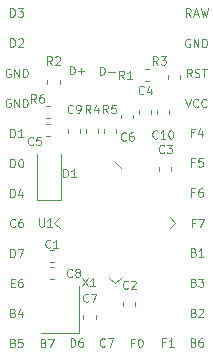
<source format=gto>
G04 #@! TF.GenerationSoftware,KiCad,Pcbnew,(5.1.6)-1*
G04 #@! TF.CreationDate,2020-09-29T08:49:22+08:00*
G04 #@! TF.ProjectId,Alvaro,416c7661-726f-42e6-9b69-6361645f7063,C*
G04 #@! TF.SameCoordinates,Original*
G04 #@! TF.FileFunction,Legend,Top*
G04 #@! TF.FilePolarity,Positive*
%FSLAX46Y46*%
G04 Gerber Fmt 4.6, Leading zero omitted, Abs format (unit mm)*
G04 Created by KiCad (PCBNEW (5.1.6)-1) date 2020-09-29 08:49:22*
%MOMM*%
%LPD*%
G01*
G04 APERTURE LIST*
%ADD10C,0.080000*%
%ADD11C,0.120000*%
G04 APERTURE END LIST*
D10*
X26883333Y-31241666D02*
X26883333Y-30541666D01*
X27050000Y-30541666D01*
X27150000Y-30575000D01*
X27216666Y-30641666D01*
X27250000Y-30708333D01*
X27283333Y-30841666D01*
X27283333Y-30941666D01*
X27250000Y-31075000D01*
X27216666Y-31141666D01*
X27150000Y-31208333D01*
X27050000Y-31241666D01*
X26883333Y-31241666D01*
X27583333Y-30975000D02*
X28116666Y-30975000D01*
X27850000Y-31241666D02*
X27850000Y-30708333D01*
X29433333Y-31266666D02*
X29433333Y-30566666D01*
X29600000Y-30566666D01*
X29700000Y-30600000D01*
X29766666Y-30666666D01*
X29800000Y-30733333D01*
X29833333Y-30866666D01*
X29833333Y-30966666D01*
X29800000Y-31100000D01*
X29766666Y-31166666D01*
X29700000Y-31233333D01*
X29600000Y-31266666D01*
X29433333Y-31266666D01*
X30133333Y-31000000D02*
X30666666Y-31000000D01*
X37416666Y-36149999D02*
X37183333Y-36149999D01*
X37183333Y-36516665D02*
X37183333Y-35816665D01*
X37516666Y-35816665D01*
X38083333Y-36049999D02*
X38083333Y-36516665D01*
X37916666Y-35783332D02*
X37750000Y-36283332D01*
X38183333Y-36283332D01*
X36641666Y-33316666D02*
X36875000Y-34016666D01*
X37108333Y-33316666D01*
X37741666Y-33950000D02*
X37708333Y-33983333D01*
X37608333Y-34016666D01*
X37541666Y-34016666D01*
X37441666Y-33983333D01*
X37375000Y-33916666D01*
X37341666Y-33850000D01*
X37308333Y-33716666D01*
X37308333Y-33616666D01*
X37341666Y-33483333D01*
X37375000Y-33416666D01*
X37441666Y-33350000D01*
X37541666Y-33316666D01*
X37608333Y-33316666D01*
X37708333Y-33350000D01*
X37741666Y-33383333D01*
X38441666Y-33950000D02*
X38408333Y-33983333D01*
X38308333Y-34016666D01*
X38241666Y-34016666D01*
X38141666Y-33983333D01*
X38075000Y-33916666D01*
X38041666Y-33850000D01*
X38008333Y-33716666D01*
X38008333Y-33616666D01*
X38041666Y-33483333D01*
X38075000Y-33416666D01*
X38141666Y-33350000D01*
X38241666Y-33316666D01*
X38308333Y-33316666D01*
X38408333Y-33350000D01*
X38441666Y-33383333D01*
X37191666Y-31466666D02*
X36958333Y-31133333D01*
X36791666Y-31466666D02*
X36791666Y-30766666D01*
X37058333Y-30766666D01*
X37125000Y-30800000D01*
X37158333Y-30833333D01*
X37191666Y-30900000D01*
X37191666Y-31000000D01*
X37158333Y-31066666D01*
X37125000Y-31100000D01*
X37058333Y-31133333D01*
X36791666Y-31133333D01*
X37458333Y-31433333D02*
X37558333Y-31466666D01*
X37725000Y-31466666D01*
X37791666Y-31433333D01*
X37825000Y-31400000D01*
X37858333Y-31333333D01*
X37858333Y-31266666D01*
X37825000Y-31200000D01*
X37791666Y-31166666D01*
X37725000Y-31133333D01*
X37591666Y-31100000D01*
X37525000Y-31066666D01*
X37491666Y-31033333D01*
X37458333Y-30966666D01*
X37458333Y-30900000D01*
X37491666Y-30833333D01*
X37525000Y-30800000D01*
X37591666Y-30766666D01*
X37758333Y-30766666D01*
X37858333Y-30800000D01*
X38058333Y-30766666D02*
X38458333Y-30766666D01*
X38258333Y-31466666D02*
X38258333Y-30766666D01*
X37416666Y-38675000D02*
X37183333Y-38675000D01*
X37183333Y-39041666D02*
X37183333Y-38341666D01*
X37516666Y-38341666D01*
X38116666Y-38341666D02*
X37783333Y-38341666D01*
X37750000Y-38675000D01*
X37783333Y-38641666D01*
X37850000Y-38608333D01*
X38016666Y-38608333D01*
X38083333Y-38641666D01*
X38116666Y-38675000D01*
X38150000Y-38741666D01*
X38150000Y-38908333D01*
X38116666Y-38975000D01*
X38083333Y-39008333D01*
X38016666Y-39041666D01*
X37850000Y-39041666D01*
X37783333Y-39008333D01*
X37750000Y-38975000D01*
X37041666Y-28275000D02*
X36975000Y-28241666D01*
X36875000Y-28241666D01*
X36775000Y-28275000D01*
X36708333Y-28341666D01*
X36675000Y-28408333D01*
X36641666Y-28541666D01*
X36641666Y-28641666D01*
X36675000Y-28775000D01*
X36708333Y-28841666D01*
X36775000Y-28908333D01*
X36875000Y-28941666D01*
X36941666Y-28941666D01*
X37041666Y-28908333D01*
X37075000Y-28875000D01*
X37075000Y-28641666D01*
X36941666Y-28641666D01*
X37375000Y-28941666D02*
X37375000Y-28241666D01*
X37775000Y-28941666D01*
X37775000Y-28241666D01*
X38108333Y-28941666D02*
X38108333Y-28241666D01*
X38275000Y-28241666D01*
X38375000Y-28275000D01*
X38441666Y-28341666D01*
X38475000Y-28408333D01*
X38508333Y-28541666D01*
X38508333Y-28641666D01*
X38475000Y-28775000D01*
X38441666Y-28841666D01*
X38375000Y-28908333D01*
X38275000Y-28941666D01*
X38108333Y-28941666D01*
X37121666Y-26341666D02*
X36888333Y-26008333D01*
X36721666Y-26341666D02*
X36721666Y-25641666D01*
X36988333Y-25641666D01*
X37055000Y-25675000D01*
X37088333Y-25708333D01*
X37121666Y-25775000D01*
X37121666Y-25875000D01*
X37088333Y-25941666D01*
X37055000Y-25975000D01*
X36988333Y-26008333D01*
X36721666Y-26008333D01*
X37388333Y-26141666D02*
X37721666Y-26141666D01*
X37321666Y-26341666D02*
X37555000Y-25641666D01*
X37788333Y-26341666D01*
X37955000Y-25641666D02*
X38121666Y-26341666D01*
X38255000Y-25841666D01*
X38388333Y-26341666D01*
X38555000Y-25641666D01*
X37441666Y-43775000D02*
X37208333Y-43775000D01*
X37208333Y-44141666D02*
X37208333Y-43441666D01*
X37541666Y-43441666D01*
X37741666Y-43441666D02*
X38208333Y-43441666D01*
X37908333Y-44141666D01*
X37366666Y-46300000D02*
X37466666Y-46333333D01*
X37500000Y-46366666D01*
X37533333Y-46433333D01*
X37533333Y-46533333D01*
X37500000Y-46600000D01*
X37466666Y-46633333D01*
X37400000Y-46666666D01*
X37133333Y-46666666D01*
X37133333Y-45966666D01*
X37366666Y-45966666D01*
X37433333Y-46000000D01*
X37466666Y-46033333D01*
X37500000Y-46100000D01*
X37500000Y-46166666D01*
X37466666Y-46233333D01*
X37433333Y-46266666D01*
X37366666Y-46300000D01*
X37133333Y-46300000D01*
X38200000Y-46666666D02*
X37800000Y-46666666D01*
X38000000Y-46666666D02*
X38000000Y-45966666D01*
X37933333Y-46066666D01*
X37866666Y-46133333D01*
X37800000Y-46166666D01*
X37341666Y-53925000D02*
X37441666Y-53958333D01*
X37475000Y-53991666D01*
X37508333Y-54058333D01*
X37508333Y-54158333D01*
X37475000Y-54225000D01*
X37441666Y-54258333D01*
X37375000Y-54291666D01*
X37108333Y-54291666D01*
X37108333Y-53591666D01*
X37341666Y-53591666D01*
X37408333Y-53625000D01*
X37441666Y-53658333D01*
X37475000Y-53725000D01*
X37475000Y-53791666D01*
X37441666Y-53858333D01*
X37408333Y-53891666D01*
X37341666Y-53925000D01*
X37108333Y-53925000D01*
X38108333Y-53591666D02*
X37975000Y-53591666D01*
X37908333Y-53625000D01*
X37875000Y-53658333D01*
X37808333Y-53758333D01*
X37775000Y-53891666D01*
X37775000Y-54158333D01*
X37808333Y-54225000D01*
X37841666Y-54258333D01*
X37908333Y-54291666D01*
X38041666Y-54291666D01*
X38108333Y-54258333D01*
X38141666Y-54225000D01*
X38175000Y-54158333D01*
X38175000Y-53991666D01*
X38141666Y-53925000D01*
X38108333Y-53891666D01*
X38041666Y-53858333D01*
X37908333Y-53858333D01*
X37841666Y-53891666D01*
X37808333Y-53925000D01*
X37775000Y-53991666D01*
X37366666Y-51400000D02*
X37466666Y-51433333D01*
X37500000Y-51466666D01*
X37533333Y-51533333D01*
X37533333Y-51633333D01*
X37500000Y-51700000D01*
X37466666Y-51733333D01*
X37400000Y-51766666D01*
X37133333Y-51766666D01*
X37133333Y-51066666D01*
X37366666Y-51066666D01*
X37433333Y-51100000D01*
X37466666Y-51133333D01*
X37500000Y-51200000D01*
X37500000Y-51266666D01*
X37466666Y-51333333D01*
X37433333Y-51366666D01*
X37366666Y-51400000D01*
X37133333Y-51400000D01*
X37800000Y-51133333D02*
X37833333Y-51100000D01*
X37900000Y-51066666D01*
X38066666Y-51066666D01*
X38133333Y-51100000D01*
X38166666Y-51133333D01*
X38200000Y-51200000D01*
X38200000Y-51266666D01*
X38166666Y-51366666D01*
X37766666Y-51766666D01*
X38200000Y-51766666D01*
X37366666Y-48850001D02*
X37466666Y-48883334D01*
X37500000Y-48916667D01*
X37533333Y-48983334D01*
X37533333Y-49083334D01*
X37500000Y-49150001D01*
X37466666Y-49183334D01*
X37400000Y-49216667D01*
X37133333Y-49216667D01*
X37133333Y-48516667D01*
X37366666Y-48516667D01*
X37433333Y-48550001D01*
X37466666Y-48583334D01*
X37500000Y-48650001D01*
X37500000Y-48716667D01*
X37466666Y-48783334D01*
X37433333Y-48816667D01*
X37366666Y-48850001D01*
X37133333Y-48850001D01*
X37766666Y-48516667D02*
X38200000Y-48516667D01*
X37966666Y-48783334D01*
X38066666Y-48783334D01*
X38133333Y-48816667D01*
X38166666Y-48850001D01*
X38200000Y-48916667D01*
X38200000Y-49083334D01*
X38166666Y-49150001D01*
X38133333Y-49183334D01*
X38066666Y-49216667D01*
X37866666Y-49216667D01*
X37800000Y-49183334D01*
X37766666Y-49150001D01*
X37416666Y-41224999D02*
X37183333Y-41224999D01*
X37183333Y-41591665D02*
X37183333Y-40891665D01*
X37516666Y-40891665D01*
X38083333Y-40891665D02*
X37950000Y-40891665D01*
X37883333Y-40924999D01*
X37850000Y-40958332D01*
X37783333Y-41058332D01*
X37750000Y-41191665D01*
X37750000Y-41458332D01*
X37783333Y-41524999D01*
X37816666Y-41558332D01*
X37883333Y-41591665D01*
X38016666Y-41591665D01*
X38083333Y-41558332D01*
X38116666Y-41524999D01*
X38150000Y-41458332D01*
X38150000Y-41291665D01*
X38116666Y-41224999D01*
X38083333Y-41191665D01*
X38016666Y-41158332D01*
X37883333Y-41158332D01*
X37816666Y-41191665D01*
X37783333Y-41224999D01*
X37750000Y-41291665D01*
X34941666Y-53925000D02*
X34708333Y-53925000D01*
X34708333Y-54291666D02*
X34708333Y-53591666D01*
X35041666Y-53591666D01*
X35675000Y-54291666D02*
X35275000Y-54291666D01*
X35475000Y-54291666D02*
X35475000Y-53591666D01*
X35408333Y-53691666D01*
X35341666Y-53758333D01*
X35275000Y-53791666D01*
X32306666Y-53950000D02*
X32073333Y-53950000D01*
X32073333Y-54316666D02*
X32073333Y-53616666D01*
X32406666Y-53616666D01*
X32806666Y-53616666D02*
X32873333Y-53616666D01*
X32940000Y-53650000D01*
X32973333Y-53683333D01*
X33006666Y-53750000D01*
X33040000Y-53883333D01*
X33040000Y-54050000D01*
X33006666Y-54183333D01*
X32973333Y-54250000D01*
X32940000Y-54283333D01*
X32873333Y-54316666D01*
X32806666Y-54316666D01*
X32740000Y-54283333D01*
X32706666Y-54250000D01*
X32673333Y-54183333D01*
X32640000Y-54050000D01*
X32640000Y-53883333D01*
X32673333Y-53750000D01*
X32706666Y-53683333D01*
X32740000Y-53650000D01*
X32806666Y-53616666D01*
X29858333Y-54225000D02*
X29825000Y-54258333D01*
X29725000Y-54291666D01*
X29658333Y-54291666D01*
X29558333Y-54258333D01*
X29491666Y-54191666D01*
X29458333Y-54125000D01*
X29425000Y-53991666D01*
X29425000Y-53891666D01*
X29458333Y-53758333D01*
X29491666Y-53691666D01*
X29558333Y-53625000D01*
X29658333Y-53591666D01*
X29725000Y-53591666D01*
X29825000Y-53625000D01*
X29858333Y-53658333D01*
X30091666Y-53591666D02*
X30558333Y-53591666D01*
X30258333Y-54291666D01*
X26943333Y-54291666D02*
X26943333Y-53591666D01*
X27110000Y-53591666D01*
X27210000Y-53625000D01*
X27276666Y-53691666D01*
X27310000Y-53758333D01*
X27343333Y-53891666D01*
X27343333Y-53991666D01*
X27310000Y-54125000D01*
X27276666Y-54191666D01*
X27210000Y-54258333D01*
X27110000Y-54291666D01*
X26943333Y-54291666D01*
X27943333Y-53591666D02*
X27810000Y-53591666D01*
X27743333Y-53625000D01*
X27710000Y-53658333D01*
X27643333Y-53758333D01*
X27610000Y-53891666D01*
X27610000Y-54158333D01*
X27643333Y-54225000D01*
X27676666Y-54258333D01*
X27743333Y-54291666D01*
X27876666Y-54291666D01*
X27943333Y-54258333D01*
X27976666Y-54225000D01*
X28010000Y-54158333D01*
X28010000Y-53991666D01*
X27976666Y-53925000D01*
X27943333Y-53891666D01*
X27876666Y-53858333D01*
X27743333Y-53858333D01*
X27676666Y-53891666D01*
X27643333Y-53925000D01*
X27610000Y-53991666D01*
X24641666Y-53950000D02*
X24741666Y-53983333D01*
X24775000Y-54016666D01*
X24808333Y-54083333D01*
X24808333Y-54183333D01*
X24775000Y-54250000D01*
X24741666Y-54283333D01*
X24675000Y-54316666D01*
X24408333Y-54316666D01*
X24408333Y-53616666D01*
X24641666Y-53616666D01*
X24708333Y-53650000D01*
X24741666Y-53683333D01*
X24775000Y-53750000D01*
X24775000Y-53816666D01*
X24741666Y-53883333D01*
X24708333Y-53916666D01*
X24641666Y-53950000D01*
X24408333Y-53950000D01*
X25041666Y-53616666D02*
X25508333Y-53616666D01*
X25208333Y-54316666D01*
X21858333Y-39091666D02*
X21858333Y-38391666D01*
X22025000Y-38391666D01*
X22125000Y-38425000D01*
X22191666Y-38491666D01*
X22225000Y-38558333D01*
X22258333Y-38691666D01*
X22258333Y-38791666D01*
X22225000Y-38925000D01*
X22191666Y-38991666D01*
X22125000Y-39058333D01*
X22025000Y-39091666D01*
X21858333Y-39091666D01*
X22691666Y-38391666D02*
X22758333Y-38391666D01*
X22825000Y-38425000D01*
X22858333Y-38458333D01*
X22891666Y-38525000D01*
X22925000Y-38658333D01*
X22925000Y-38825000D01*
X22891666Y-38958333D01*
X22858333Y-39025000D01*
X22825000Y-39058333D01*
X22758333Y-39091666D01*
X22691666Y-39091666D01*
X22625000Y-39058333D01*
X22591666Y-39025000D01*
X22558333Y-38958333D01*
X22525000Y-38825000D01*
X22525000Y-38658333D01*
X22558333Y-38525000D01*
X22591666Y-38458333D01*
X22625000Y-38425000D01*
X22691666Y-38391666D01*
X22258333Y-44100000D02*
X22225000Y-44133333D01*
X22125000Y-44166666D01*
X22058333Y-44166666D01*
X21958333Y-44133333D01*
X21891666Y-44066666D01*
X21858333Y-44000000D01*
X21825000Y-43866666D01*
X21825000Y-43766666D01*
X21858333Y-43633333D01*
X21891666Y-43566666D01*
X21958333Y-43500000D01*
X22058333Y-43466666D01*
X22125000Y-43466666D01*
X22225000Y-43500000D01*
X22258333Y-43533333D01*
X22858333Y-43466666D02*
X22725000Y-43466666D01*
X22658333Y-43500000D01*
X22625000Y-43533333D01*
X22558333Y-43633333D01*
X22525000Y-43766666D01*
X22525000Y-44033333D01*
X22558333Y-44100000D01*
X22591666Y-44133333D01*
X22658333Y-44166666D01*
X22791666Y-44166666D01*
X22858333Y-44133333D01*
X22891666Y-44100000D01*
X22925000Y-44033333D01*
X22925000Y-43866666D01*
X22891666Y-43800000D01*
X22858333Y-43766666D01*
X22791666Y-43733333D01*
X22658333Y-43733333D01*
X22591666Y-43766666D01*
X22558333Y-43800000D01*
X22525000Y-43866666D01*
X21858333Y-46716666D02*
X21858333Y-46016666D01*
X22025000Y-46016666D01*
X22125000Y-46050000D01*
X22191666Y-46116666D01*
X22225000Y-46183333D01*
X22258333Y-46316666D01*
X22258333Y-46416666D01*
X22225000Y-46550000D01*
X22191666Y-46616666D01*
X22125000Y-46683333D01*
X22025000Y-46716666D01*
X21858333Y-46716666D01*
X22491666Y-46016666D02*
X22958333Y-46016666D01*
X22658333Y-46716666D01*
X22066667Y-53949998D02*
X22166667Y-53983331D01*
X22200001Y-54016664D01*
X22233334Y-54083331D01*
X22233334Y-54183331D01*
X22200001Y-54249998D01*
X22166667Y-54283331D01*
X22100001Y-54316664D01*
X21833334Y-54316664D01*
X21833334Y-53616664D01*
X22066667Y-53616664D01*
X22133334Y-53649998D01*
X22166667Y-53683331D01*
X22200001Y-53749998D01*
X22200001Y-53816664D01*
X22166667Y-53883331D01*
X22133334Y-53916664D01*
X22066667Y-53949998D01*
X21833334Y-53949998D01*
X22866667Y-53616664D02*
X22533334Y-53616664D01*
X22500001Y-53949998D01*
X22533334Y-53916664D01*
X22600001Y-53883331D01*
X22766667Y-53883331D01*
X22833334Y-53916664D01*
X22866667Y-53949998D01*
X22900001Y-54016664D01*
X22900001Y-54183331D01*
X22866667Y-54249998D01*
X22833334Y-54283331D01*
X22766667Y-54316664D01*
X22600001Y-54316664D01*
X22533334Y-54283331D01*
X22500001Y-54249998D01*
X21891666Y-48875000D02*
X22125000Y-48875000D01*
X22225000Y-49241666D02*
X21891666Y-49241666D01*
X21891666Y-48541666D01*
X22225000Y-48541666D01*
X22825000Y-48541666D02*
X22691666Y-48541666D01*
X22625000Y-48575000D01*
X22591666Y-48608333D01*
X22525000Y-48708333D01*
X22491666Y-48841666D01*
X22491666Y-49108333D01*
X22525000Y-49175000D01*
X22558333Y-49208333D01*
X22625000Y-49241666D01*
X22758333Y-49241666D01*
X22825000Y-49208333D01*
X22858333Y-49175000D01*
X22891666Y-49108333D01*
X22891666Y-48941666D01*
X22858333Y-48875000D01*
X22825000Y-48841666D01*
X22758333Y-48808333D01*
X22625000Y-48808333D01*
X22558333Y-48841666D01*
X22525000Y-48875000D01*
X22491666Y-48941666D01*
X21858333Y-28891666D02*
X21858333Y-28191666D01*
X22025000Y-28191666D01*
X22125000Y-28225000D01*
X22191666Y-28291666D01*
X22225000Y-28358333D01*
X22258333Y-28491666D01*
X22258333Y-28591666D01*
X22225000Y-28725000D01*
X22191666Y-28791666D01*
X22125000Y-28858333D01*
X22025000Y-28891666D01*
X21858333Y-28891666D01*
X22525000Y-28258333D02*
X22558333Y-28225000D01*
X22625000Y-28191666D01*
X22791666Y-28191666D01*
X22858333Y-28225000D01*
X22891666Y-28258333D01*
X22925000Y-28325000D01*
X22925000Y-28391666D01*
X22891666Y-28491666D01*
X22491666Y-28891666D01*
X22925000Y-28891666D01*
X22091666Y-51424998D02*
X22191666Y-51458331D01*
X22225000Y-51491664D01*
X22258333Y-51558331D01*
X22258333Y-51658331D01*
X22225000Y-51724998D01*
X22191666Y-51758331D01*
X22125000Y-51791664D01*
X21858333Y-51791664D01*
X21858333Y-51091664D01*
X22091666Y-51091664D01*
X22158333Y-51124998D01*
X22191666Y-51158331D01*
X22225000Y-51224998D01*
X22225000Y-51291664D01*
X22191666Y-51358331D01*
X22158333Y-51391664D01*
X22091666Y-51424998D01*
X21858333Y-51424998D01*
X22858333Y-51324998D02*
X22858333Y-51791664D01*
X22691666Y-51058331D02*
X22525000Y-51558331D01*
X22958333Y-51558331D01*
X21858334Y-26341666D02*
X21858334Y-25641666D01*
X22025001Y-25641666D01*
X22125001Y-25675000D01*
X22191667Y-25741666D01*
X22225001Y-25808333D01*
X22258334Y-25941666D01*
X22258334Y-26041666D01*
X22225001Y-26175000D01*
X22191667Y-26241666D01*
X22125001Y-26308333D01*
X22025001Y-26341666D01*
X21858334Y-26341666D01*
X22491667Y-25641666D02*
X22925001Y-25641666D01*
X22691667Y-25908333D01*
X22791667Y-25908333D01*
X22858334Y-25941666D01*
X22891667Y-25975000D01*
X22925001Y-26041666D01*
X22925001Y-26208333D01*
X22891667Y-26275000D01*
X22858334Y-26308333D01*
X22791667Y-26341666D01*
X22591667Y-26341666D01*
X22525001Y-26308333D01*
X22491667Y-26275000D01*
X21841666Y-33325000D02*
X21775000Y-33291666D01*
X21675000Y-33291666D01*
X21575000Y-33325000D01*
X21508333Y-33391666D01*
X21475000Y-33458333D01*
X21441666Y-33591666D01*
X21441666Y-33691666D01*
X21475000Y-33825000D01*
X21508333Y-33891666D01*
X21575000Y-33958333D01*
X21675000Y-33991666D01*
X21741666Y-33991666D01*
X21841666Y-33958333D01*
X21875000Y-33925000D01*
X21875000Y-33691666D01*
X21741666Y-33691666D01*
X22175000Y-33991666D02*
X22175000Y-33291666D01*
X22575000Y-33991666D01*
X22575000Y-33291666D01*
X22908333Y-33991666D02*
X22908333Y-33291666D01*
X23075000Y-33291666D01*
X23175000Y-33325000D01*
X23241666Y-33391666D01*
X23275000Y-33458333D01*
X23308333Y-33591666D01*
X23308333Y-33691666D01*
X23275000Y-33825000D01*
X23241666Y-33891666D01*
X23175000Y-33958333D01*
X23075000Y-33991666D01*
X22908333Y-33991666D01*
X21858335Y-36541665D02*
X21858335Y-35841665D01*
X22025002Y-35841665D01*
X22125002Y-35874999D01*
X22191668Y-35941665D01*
X22225002Y-36008332D01*
X22258335Y-36141665D01*
X22258335Y-36241665D01*
X22225002Y-36374999D01*
X22191668Y-36441665D01*
X22125002Y-36508332D01*
X22025002Y-36541665D01*
X21858335Y-36541665D01*
X22925002Y-36541665D02*
X22525002Y-36541665D01*
X22725002Y-36541665D02*
X22725002Y-35841665D01*
X22658335Y-35941665D01*
X22591668Y-36008332D01*
X22525002Y-36041665D01*
X21858333Y-41641664D02*
X21858333Y-40941664D01*
X22025000Y-40941664D01*
X22125000Y-40974998D01*
X22191666Y-41041664D01*
X22225000Y-41108331D01*
X22258333Y-41241664D01*
X22258333Y-41341664D01*
X22225000Y-41474998D01*
X22191666Y-41541664D01*
X22125000Y-41608331D01*
X22025000Y-41641664D01*
X21858333Y-41641664D01*
X22858333Y-41174998D02*
X22858333Y-41641664D01*
X22691666Y-40908331D02*
X22525000Y-41408331D01*
X22958333Y-41408331D01*
X21841666Y-30800000D02*
X21775000Y-30766666D01*
X21675000Y-30766666D01*
X21575000Y-30800000D01*
X21508333Y-30866666D01*
X21475000Y-30933333D01*
X21441666Y-31066666D01*
X21441666Y-31166666D01*
X21475000Y-31300000D01*
X21508333Y-31366666D01*
X21575000Y-31433333D01*
X21675000Y-31466666D01*
X21741666Y-31466666D01*
X21841666Y-31433333D01*
X21875000Y-31400000D01*
X21875000Y-31166666D01*
X21741666Y-31166666D01*
X22175000Y-31466666D02*
X22175000Y-30766666D01*
X22575000Y-31466666D01*
X22575000Y-30766666D01*
X22908333Y-31466666D02*
X22908333Y-30766666D01*
X23075000Y-30766666D01*
X23175000Y-30800000D01*
X23241666Y-30866666D01*
X23275000Y-30933333D01*
X23308333Y-31066666D01*
X23308333Y-31166666D01*
X23275000Y-31300000D01*
X23241666Y-31366666D01*
X23175000Y-31433333D01*
X23075000Y-31466666D01*
X22908333Y-31466666D01*
D11*
X24100000Y-41850000D02*
X24100000Y-37950000D01*
X26100000Y-41850000D02*
X26100000Y-37950000D01*
X24100000Y-41850000D02*
X26100000Y-41850000D01*
D10*
X25162779Y-35415000D02*
X24837221Y-35415000D01*
X25162779Y-36435000D02*
X24837221Y-36435000D01*
X30700000Y-38680547D02*
X31173762Y-39154308D01*
X25580547Y-43800000D02*
X26054308Y-43326238D01*
X25580547Y-43800000D02*
X26054308Y-44273762D01*
X35819453Y-43800000D02*
X35345692Y-43326238D01*
X35819453Y-43800000D02*
X35345692Y-44273762D01*
X30700000Y-48919453D02*
X30226238Y-48445692D01*
X30700000Y-48919453D02*
X31173762Y-48445692D01*
X24837221Y-34935000D02*
X25162779Y-34935000D01*
X24837221Y-33915000D02*
X25162779Y-33915000D01*
X30760000Y-36212779D02*
X30760000Y-35887221D01*
X29740000Y-36212779D02*
X29740000Y-35887221D01*
X29260000Y-36212779D02*
X29260000Y-35887221D01*
X28240000Y-36212779D02*
X28240000Y-35887221D01*
X35190000Y-31287221D02*
X35190000Y-31612779D01*
X36210000Y-31287221D02*
X36210000Y-31612779D01*
X26010000Y-32062779D02*
X26010000Y-31737221D01*
X24990000Y-32062779D02*
X24990000Y-31737221D01*
X33612779Y-30790000D02*
X33287221Y-30790000D01*
X33612779Y-31810000D02*
X33287221Y-31810000D01*
X35260000Y-34612779D02*
X35260000Y-34287221D01*
X34240000Y-34612779D02*
X34240000Y-34287221D01*
X27760000Y-36212779D02*
X27760000Y-35887221D01*
X26740000Y-36212779D02*
X26740000Y-35887221D01*
X25187221Y-48585000D02*
X25512779Y-48585000D01*
X25187221Y-47565000D02*
X25512779Y-47565000D01*
X28040000Y-51962779D02*
X28040000Y-51637221D01*
X29060000Y-51962779D02*
X29060000Y-51637221D01*
X32260000Y-34962779D02*
X32260000Y-34637221D01*
X31240000Y-34962779D02*
X31240000Y-34637221D01*
X33760000Y-34612779D02*
X33760000Y-34287221D01*
X32740000Y-34612779D02*
X32740000Y-34287221D01*
X34440000Y-39049721D02*
X34440000Y-39375279D01*
X35460000Y-39049721D02*
X35460000Y-39375279D01*
X32435000Y-50537221D02*
X32435000Y-50862779D01*
X31415000Y-50537221D02*
X31415000Y-50862779D01*
X25512779Y-46065000D02*
X25187221Y-46065000D01*
X25512779Y-47085000D02*
X25187221Y-47085000D01*
X24450000Y-53150000D02*
X27650000Y-53150000D01*
X27650000Y-53150000D02*
X27650000Y-49150000D01*
X26333333Y-39916666D02*
X26333333Y-39216666D01*
X26500000Y-39216666D01*
X26600000Y-39250000D01*
X26666666Y-39316666D01*
X26700000Y-39383333D01*
X26733333Y-39516666D01*
X26733333Y-39616666D01*
X26700000Y-39750000D01*
X26666666Y-39816666D01*
X26600000Y-39883333D01*
X26500000Y-39916666D01*
X26333333Y-39916666D01*
X27400000Y-39916666D02*
X27000000Y-39916666D01*
X27200000Y-39916666D02*
X27200000Y-39216666D01*
X27133333Y-39316666D01*
X27066666Y-39383333D01*
X27000000Y-39416666D01*
X23783333Y-37150000D02*
X23750000Y-37183333D01*
X23650000Y-37216666D01*
X23583333Y-37216666D01*
X23483333Y-37183333D01*
X23416666Y-37116666D01*
X23383333Y-37050000D01*
X23350000Y-36916666D01*
X23350000Y-36816666D01*
X23383333Y-36683333D01*
X23416666Y-36616666D01*
X23483333Y-36550000D01*
X23583333Y-36516666D01*
X23650000Y-36516666D01*
X23750000Y-36550000D01*
X23783333Y-36583333D01*
X24416666Y-36516666D02*
X24083333Y-36516666D01*
X24050000Y-36850000D01*
X24083333Y-36816666D01*
X24150000Y-36783333D01*
X24316666Y-36783333D01*
X24383333Y-36816666D01*
X24416666Y-36850000D01*
X24450000Y-36916666D01*
X24450000Y-37083333D01*
X24416666Y-37150000D01*
X24383333Y-37183333D01*
X24316666Y-37216666D01*
X24150000Y-37216666D01*
X24083333Y-37183333D01*
X24050000Y-37150000D01*
X24291666Y-43416666D02*
X24291666Y-43983333D01*
X24325000Y-44050000D01*
X24358333Y-44083333D01*
X24425000Y-44116666D01*
X24558333Y-44116666D01*
X24625000Y-44083333D01*
X24658333Y-44050000D01*
X24691666Y-43983333D01*
X24691666Y-43416666D01*
X25391666Y-44116666D02*
X24991666Y-44116666D01*
X25191666Y-44116666D02*
X25191666Y-43416666D01*
X25125000Y-43516666D01*
X25058333Y-43583333D01*
X24991666Y-43616666D01*
X24033333Y-33616666D02*
X23800000Y-33283333D01*
X23633333Y-33616666D02*
X23633333Y-32916666D01*
X23900000Y-32916666D01*
X23966666Y-32950000D01*
X24000000Y-32983333D01*
X24033333Y-33050000D01*
X24033333Y-33150000D01*
X24000000Y-33216666D01*
X23966666Y-33250000D01*
X23900000Y-33283333D01*
X23633333Y-33283333D01*
X24633333Y-32916666D02*
X24500000Y-32916666D01*
X24433333Y-32950000D01*
X24400000Y-32983333D01*
X24333333Y-33083333D01*
X24300000Y-33216666D01*
X24300000Y-33483333D01*
X24333333Y-33550000D01*
X24366666Y-33583333D01*
X24433333Y-33616666D01*
X24566666Y-33616666D01*
X24633333Y-33583333D01*
X24666666Y-33550000D01*
X24700000Y-33483333D01*
X24700000Y-33316666D01*
X24666666Y-33250000D01*
X24633333Y-33216666D01*
X24566666Y-33183333D01*
X24433333Y-33183333D01*
X24366666Y-33216666D01*
X24333333Y-33250000D01*
X24300000Y-33316666D01*
X30133333Y-34516666D02*
X29900000Y-34183333D01*
X29733333Y-34516666D02*
X29733333Y-33816666D01*
X30000000Y-33816666D01*
X30066666Y-33850000D01*
X30100000Y-33883333D01*
X30133333Y-33950000D01*
X30133333Y-34050000D01*
X30100000Y-34116666D01*
X30066666Y-34150000D01*
X30000000Y-34183333D01*
X29733333Y-34183333D01*
X30766666Y-33816666D02*
X30433333Y-33816666D01*
X30400000Y-34150000D01*
X30433333Y-34116666D01*
X30500000Y-34083333D01*
X30666666Y-34083333D01*
X30733333Y-34116666D01*
X30766666Y-34150000D01*
X30800000Y-34216666D01*
X30800000Y-34383333D01*
X30766666Y-34450000D01*
X30733333Y-34483333D01*
X30666666Y-34516666D01*
X30500000Y-34516666D01*
X30433333Y-34483333D01*
X30400000Y-34450000D01*
X28633333Y-34516666D02*
X28400000Y-34183333D01*
X28233333Y-34516666D02*
X28233333Y-33816666D01*
X28500000Y-33816666D01*
X28566666Y-33850000D01*
X28600000Y-33883333D01*
X28633333Y-33950000D01*
X28633333Y-34050000D01*
X28600000Y-34116666D01*
X28566666Y-34150000D01*
X28500000Y-34183333D01*
X28233333Y-34183333D01*
X29233333Y-34050000D02*
X29233333Y-34516666D01*
X29066666Y-33783333D02*
X28900000Y-34283333D01*
X29333333Y-34283333D01*
X34333333Y-30416666D02*
X34100000Y-30083333D01*
X33933333Y-30416666D02*
X33933333Y-29716666D01*
X34200000Y-29716666D01*
X34266666Y-29750000D01*
X34300000Y-29783333D01*
X34333333Y-29850000D01*
X34333333Y-29950000D01*
X34300000Y-30016666D01*
X34266666Y-30050000D01*
X34200000Y-30083333D01*
X33933333Y-30083333D01*
X34566666Y-29716666D02*
X35000000Y-29716666D01*
X34766666Y-29983333D01*
X34866666Y-29983333D01*
X34933333Y-30016666D01*
X34966666Y-30050000D01*
X35000000Y-30116666D01*
X35000000Y-30283333D01*
X34966666Y-30350000D01*
X34933333Y-30383333D01*
X34866666Y-30416666D01*
X34666666Y-30416666D01*
X34600000Y-30383333D01*
X34566666Y-30350000D01*
X25383333Y-30416666D02*
X25150000Y-30083333D01*
X24983333Y-30416666D02*
X24983333Y-29716666D01*
X25250000Y-29716666D01*
X25316666Y-29750000D01*
X25350000Y-29783333D01*
X25383333Y-29850000D01*
X25383333Y-29950000D01*
X25350000Y-30016666D01*
X25316666Y-30050000D01*
X25250000Y-30083333D01*
X24983333Y-30083333D01*
X25650000Y-29783333D02*
X25683333Y-29750000D01*
X25750000Y-29716666D01*
X25916666Y-29716666D01*
X25983333Y-29750000D01*
X26016666Y-29783333D01*
X26050000Y-29850000D01*
X26050000Y-29916666D01*
X26016666Y-30016666D01*
X25616666Y-30416666D01*
X26050000Y-30416666D01*
X31483333Y-31616666D02*
X31250000Y-31283333D01*
X31083333Y-31616666D02*
X31083333Y-30916666D01*
X31350000Y-30916666D01*
X31416666Y-30950000D01*
X31450000Y-30983333D01*
X31483333Y-31050000D01*
X31483333Y-31150000D01*
X31450000Y-31216666D01*
X31416666Y-31250000D01*
X31350000Y-31283333D01*
X31083333Y-31283333D01*
X32150000Y-31616666D02*
X31750000Y-31616666D01*
X31950000Y-31616666D02*
X31950000Y-30916666D01*
X31883333Y-31016666D01*
X31816666Y-31083333D01*
X31750000Y-31116666D01*
X34300000Y-36600000D02*
X34266666Y-36633333D01*
X34166666Y-36666666D01*
X34100000Y-36666666D01*
X34000000Y-36633333D01*
X33933333Y-36566666D01*
X33900000Y-36500000D01*
X33866666Y-36366666D01*
X33866666Y-36266666D01*
X33900000Y-36133333D01*
X33933333Y-36066666D01*
X34000000Y-36000000D01*
X34100000Y-35966666D01*
X34166666Y-35966666D01*
X34266666Y-36000000D01*
X34300000Y-36033333D01*
X34966666Y-36666666D02*
X34566666Y-36666666D01*
X34766666Y-36666666D02*
X34766666Y-35966666D01*
X34700000Y-36066666D01*
X34633333Y-36133333D01*
X34566666Y-36166666D01*
X35400000Y-35966666D02*
X35466666Y-35966666D01*
X35533333Y-36000000D01*
X35566666Y-36033333D01*
X35600000Y-36100000D01*
X35633333Y-36233333D01*
X35633333Y-36400000D01*
X35600000Y-36533333D01*
X35566666Y-36600000D01*
X35533333Y-36633333D01*
X35466666Y-36666666D01*
X35400000Y-36666666D01*
X35333333Y-36633333D01*
X35300000Y-36600000D01*
X35266666Y-36533333D01*
X35233333Y-36400000D01*
X35233333Y-36233333D01*
X35266666Y-36100000D01*
X35300000Y-36033333D01*
X35333333Y-36000000D01*
X35400000Y-35966666D01*
X27133333Y-34450000D02*
X27100000Y-34483333D01*
X27000000Y-34516666D01*
X26933333Y-34516666D01*
X26833333Y-34483333D01*
X26766666Y-34416666D01*
X26733333Y-34350000D01*
X26700000Y-34216666D01*
X26700000Y-34116666D01*
X26733333Y-33983333D01*
X26766666Y-33916666D01*
X26833333Y-33850000D01*
X26933333Y-33816666D01*
X27000000Y-33816666D01*
X27100000Y-33850000D01*
X27133333Y-33883333D01*
X27466666Y-34516666D02*
X27600000Y-34516666D01*
X27666666Y-34483333D01*
X27700000Y-34450000D01*
X27766666Y-34350000D01*
X27800000Y-34216666D01*
X27800000Y-33950000D01*
X27766666Y-33883333D01*
X27733333Y-33850000D01*
X27666666Y-33816666D01*
X27533333Y-33816666D01*
X27466666Y-33850000D01*
X27433333Y-33883333D01*
X27400000Y-33950000D01*
X27400000Y-34116666D01*
X27433333Y-34183333D01*
X27466666Y-34216666D01*
X27533333Y-34250000D01*
X27666666Y-34250000D01*
X27733333Y-34216666D01*
X27766666Y-34183333D01*
X27800000Y-34116666D01*
X27083333Y-48325000D02*
X27050000Y-48358333D01*
X26950000Y-48391666D01*
X26883333Y-48391666D01*
X26783333Y-48358333D01*
X26716666Y-48291666D01*
X26683333Y-48225000D01*
X26650000Y-48091666D01*
X26650000Y-47991666D01*
X26683333Y-47858333D01*
X26716666Y-47791666D01*
X26783333Y-47725000D01*
X26883333Y-47691666D01*
X26950000Y-47691666D01*
X27050000Y-47725000D01*
X27083333Y-47758333D01*
X27483333Y-47991666D02*
X27416666Y-47958333D01*
X27383333Y-47925000D01*
X27350000Y-47858333D01*
X27350000Y-47825000D01*
X27383333Y-47758333D01*
X27416666Y-47725000D01*
X27483333Y-47691666D01*
X27616666Y-47691666D01*
X27683333Y-47725000D01*
X27716666Y-47758333D01*
X27750000Y-47825000D01*
X27750000Y-47858333D01*
X27716666Y-47925000D01*
X27683333Y-47958333D01*
X27616666Y-47991666D01*
X27483333Y-47991666D01*
X27416666Y-48025000D01*
X27383333Y-48058333D01*
X27350000Y-48125000D01*
X27350000Y-48258333D01*
X27383333Y-48325000D01*
X27416666Y-48358333D01*
X27483333Y-48391666D01*
X27616666Y-48391666D01*
X27683333Y-48358333D01*
X27716666Y-48325000D01*
X27750000Y-48258333D01*
X27750000Y-48125000D01*
X27716666Y-48058333D01*
X27683333Y-48025000D01*
X27616666Y-47991666D01*
X28433333Y-50425000D02*
X28400000Y-50458333D01*
X28300000Y-50491666D01*
X28233333Y-50491666D01*
X28133333Y-50458333D01*
X28066666Y-50391666D01*
X28033333Y-50325000D01*
X28000000Y-50191666D01*
X28000000Y-50091666D01*
X28033333Y-49958333D01*
X28066666Y-49891666D01*
X28133333Y-49825000D01*
X28233333Y-49791666D01*
X28300000Y-49791666D01*
X28400000Y-49825000D01*
X28433333Y-49858333D01*
X28666666Y-49791666D02*
X29133333Y-49791666D01*
X28833333Y-50491666D01*
X31633333Y-36775000D02*
X31600000Y-36808333D01*
X31500000Y-36841666D01*
X31433333Y-36841666D01*
X31333333Y-36808333D01*
X31266666Y-36741666D01*
X31233333Y-36675000D01*
X31200000Y-36541666D01*
X31200000Y-36441666D01*
X31233333Y-36308333D01*
X31266666Y-36241666D01*
X31333333Y-36175000D01*
X31433333Y-36141666D01*
X31500000Y-36141666D01*
X31600000Y-36175000D01*
X31633333Y-36208333D01*
X32233333Y-36141666D02*
X32100000Y-36141666D01*
X32033333Y-36175000D01*
X32000000Y-36208333D01*
X31933333Y-36308333D01*
X31900000Y-36441666D01*
X31900000Y-36708333D01*
X31933333Y-36775000D01*
X31966666Y-36808333D01*
X32033333Y-36841666D01*
X32166666Y-36841666D01*
X32233333Y-36808333D01*
X32266666Y-36775000D01*
X32300000Y-36708333D01*
X32300000Y-36541666D01*
X32266666Y-36475000D01*
X32233333Y-36441666D01*
X32166666Y-36408333D01*
X32033333Y-36408333D01*
X31966666Y-36441666D01*
X31933333Y-36475000D01*
X31900000Y-36541666D01*
X33133333Y-32850000D02*
X33100000Y-32883333D01*
X33000000Y-32916666D01*
X32933333Y-32916666D01*
X32833333Y-32883333D01*
X32766666Y-32816666D01*
X32733333Y-32750000D01*
X32700000Y-32616666D01*
X32700000Y-32516666D01*
X32733333Y-32383333D01*
X32766666Y-32316666D01*
X32833333Y-32250000D01*
X32933333Y-32216666D01*
X33000000Y-32216666D01*
X33100000Y-32250000D01*
X33133333Y-32283333D01*
X33733333Y-32450000D02*
X33733333Y-32916666D01*
X33566666Y-32183333D02*
X33400000Y-32683333D01*
X33833333Y-32683333D01*
X34858333Y-37825000D02*
X34825000Y-37858333D01*
X34725000Y-37891666D01*
X34658333Y-37891666D01*
X34558333Y-37858333D01*
X34491666Y-37791666D01*
X34458333Y-37725000D01*
X34425000Y-37591666D01*
X34425000Y-37491666D01*
X34458333Y-37358333D01*
X34491666Y-37291666D01*
X34558333Y-37225000D01*
X34658333Y-37191666D01*
X34725000Y-37191666D01*
X34825000Y-37225000D01*
X34858333Y-37258333D01*
X35091666Y-37191666D02*
X35525000Y-37191666D01*
X35291666Y-37458333D01*
X35391666Y-37458333D01*
X35458333Y-37491666D01*
X35491666Y-37525000D01*
X35525000Y-37591666D01*
X35525000Y-37758333D01*
X35491666Y-37825000D01*
X35458333Y-37858333D01*
X35391666Y-37891666D01*
X35191666Y-37891666D01*
X35125000Y-37858333D01*
X35091666Y-37825000D01*
X31808333Y-49325000D02*
X31775000Y-49358333D01*
X31675000Y-49391666D01*
X31608333Y-49391666D01*
X31508333Y-49358333D01*
X31441666Y-49291666D01*
X31408333Y-49225000D01*
X31375000Y-49091666D01*
X31375000Y-48991666D01*
X31408333Y-48858333D01*
X31441666Y-48791666D01*
X31508333Y-48725000D01*
X31608333Y-48691666D01*
X31675000Y-48691666D01*
X31775000Y-48725000D01*
X31808333Y-48758333D01*
X32075000Y-48758333D02*
X32108333Y-48725000D01*
X32175000Y-48691666D01*
X32341666Y-48691666D01*
X32408333Y-48725000D01*
X32441666Y-48758333D01*
X32475000Y-48825000D01*
X32475000Y-48891666D01*
X32441666Y-48991666D01*
X32041666Y-49391666D01*
X32475000Y-49391666D01*
X25233333Y-45850000D02*
X25200000Y-45883333D01*
X25100000Y-45916666D01*
X25033333Y-45916666D01*
X24933333Y-45883333D01*
X24866666Y-45816666D01*
X24833333Y-45750000D01*
X24800000Y-45616666D01*
X24800000Y-45516666D01*
X24833333Y-45383333D01*
X24866666Y-45316666D01*
X24933333Y-45250000D01*
X25033333Y-45216666D01*
X25100000Y-45216666D01*
X25200000Y-45250000D01*
X25233333Y-45283333D01*
X25900000Y-45916666D02*
X25500000Y-45916666D01*
X25700000Y-45916666D02*
X25700000Y-45216666D01*
X25633333Y-45316666D01*
X25566666Y-45383333D01*
X25500000Y-45416666D01*
X27933333Y-48491666D02*
X28400000Y-49191666D01*
X28400000Y-48491666D02*
X27933333Y-49191666D01*
X29033333Y-49191666D02*
X28633333Y-49191666D01*
X28833333Y-49191666D02*
X28833333Y-48491666D01*
X28766666Y-48591666D01*
X28700000Y-48658333D01*
X28633333Y-48691666D01*
M02*

</source>
